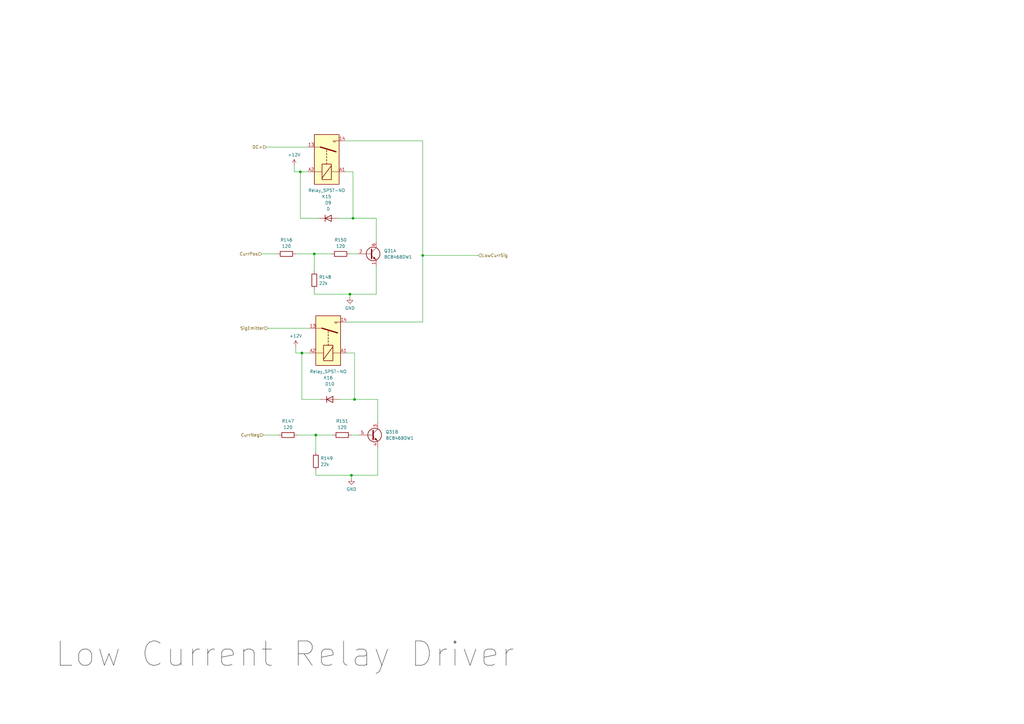
<source format=kicad_sch>
(kicad_sch (version 20230121) (generator eeschema)
  (paper "A3")
  (title_block (title "TEST137- GAVIM Upgrade V2") (date "2024-01-02") (rev "Is01.00") (company "Control Techniques"))
  (lib_symbols
    (symbol "Device:D" (pin_numbers hide) (pin_names (offset 1.016) hide)
      (property "Reference" "D" (at 0 2.54 0))
      (property "Value" "D" (at 0 -2.54 0))
      (symbol "D_0_1"
        (polyline (pts (xy -1.27 1.27) (xy -1.27 -1.27)) (stroke (width 0.254)))
        (polyline (pts (xy 1.27 0) (xy -1.27 0)))
        (polyline (pts (xy 1.27 1.27) (xy 1.27 -1.27) (xy -1.27 0) (xy 1.27 1.27)) (stroke (width 0.254)))
      )
      (symbol "D_1_1"
        (pin passive line (at -3.81 0 0) (length 2.54) (name "K") (number "1"))
        (pin passive line (at 3.81 0 180) (length 2.54) (name "A") (number "2"))
      )
    )
    (symbol "Device:R" (pin_numbers hide) (pin_names (offset 0))
      (property "Reference" "R" (at 2.032 0 90))
      (property "Value" "R" (at 0 0 90))
      (symbol "R_0_1"
        (rectangle (start -1.016 -2.54) (end 1.016 2.54) (stroke (width 0.254)))
      )
      (symbol "R_1_1"
        (pin passive line (at 0 3.81 270) (length 1.27) (name "~") (number "1"))
        (pin passive line (at 0 -3.81 90) (length 1.27) (name "~") (number "2"))
      )
    )
    (symbol "Relay:Relay_SPST-NO"
      (property "Reference" "K" (at 11.43 3.81 0))
      (property "Value" "Relay_SPST-NO" (at 11.43 1.27 0))
      (symbol "Relay_SPST-NO_0_0"
        (polyline (pts (xy 7.62 5.08) (xy 7.62 2.54) (xy 6.985 3.175) (xy 7.62 3.81)))
      )
      (symbol "Relay_SPST-NO_0_1"
        (rectangle (start -10.16 5.08) (end 10.16 -5.08) (stroke (width 0.254)) (fill (type background)))
        (rectangle (start -8.255 1.905) (end -1.905 -1.905) (stroke (width 0.254)))
        (polyline (pts (xy -7.62 -1.905) (xy -2.54 1.905)) (stroke (width 0.254)))
        (polyline (pts (xy -5.08 -5.08) (xy -5.08 -1.905)))
        (polyline (pts (xy -5.08 5.08) (xy -5.08 1.905)))
        (polyline (pts (xy -1.905 0) (xy -1.27 0)) (stroke (width 0.254)))
        (polyline (pts (xy -0.635 0) (xy 0 0)) (stroke (width 0.254)))
        (polyline (pts (xy 0.635 0) (xy 1.27 0)) (stroke (width 0.254)))
        (polyline (pts (xy 1.905 0) (xy 2.54 0)) (stroke (width 0.254)))
        (polyline (pts (xy 3.175 0) (xy 3.81 0)) (stroke (width 0.254)))
        (polyline (pts (xy 5.08 -2.54) (xy 3.175 3.81)) (stroke (width 0.508)))
        (polyline (pts (xy 5.08 -2.54) (xy 5.08 -5.08)))
      )
      (symbol "Relay_SPST-NO_1_1"
        (pin passive line (at 5.08 -7.62 90) (length 2.54) (name "~") (number "13"))
        (pin passive line (at 7.62 7.62 270) (length 2.54) (name "~") (number "14"))
        (pin passive line (at -5.08 7.62 270) (length 2.54) (name "~") (number "A1"))
        (pin passive line (at -5.08 -7.62 90) (length 2.54) (name "~") (number "A2"))
      )
    )
    (symbol "Transistor_BJT:BC846BDW1" (pin_names (offset 0) hide)
      (property "Reference" "Q" (at 5.08 1.27 0))
      (property "Value" "BC846BDW1" (at 5.08 -1.27 0))
      (symbol "BC846BDW1_0_1"
        (polyline (pts (xy 0.635 0) (xy -2.54 0)))
        (polyline (pts (xy 0.635 0.635) (xy 2.54 2.54)))
        (polyline (pts (xy 0.635 -0.635) (xy 2.54 -2.54) (xy 2.54 -2.54)))
        (polyline (pts (xy 0.635 1.905) (xy 0.635 -1.905) (xy 0.635 -1.905)) (stroke (width 0.508)))
        (polyline (pts (xy 1.27 -1.778) (xy 1.778 -1.27) (xy 2.286 -2.286) (xy 1.27 -1.778) (xy 1.27 -1.778)) (fill (type outline)))
        (circle (center 1.27 0) (radius 2.8194) (stroke (width 0.254)))
      )
      (symbol "BC846BDW1_1_1"
        (pin passive line (at 2.54 -5.08 90) (length 2.54) (name "E1") (number "1"))
        (pin input line (at -5.08 0 0) (length 2.54) (name "B1") (number "2"))
        (pin passive line (at 2.54 5.08 270) (length 2.54) (name "C1") (number "6"))
      )
      (symbol "BC846BDW1_2_1"
        (pin passive line (at 2.54 5.08 270) (length 2.54) (name "C2") (number "3"))
        (pin passive line (at 2.54 -5.08 90) (length 2.54) (name "E2") (number "4"))
        (pin input line (at -5.08 0 0) (length 2.54) (name "B2") (number "5"))
      )
    )
    (symbol "power:+12V" (power) (pin_names (offset 0))
      (property "Value" "+12V" (at 0 3.556 0))
      (symbol "+12V_0_1"
        (polyline (pts (xy -0.762 1.27) (xy 0 2.54)))
        (polyline (pts (xy 0 0) (xy 0 2.54)))
        (polyline (pts (xy 0 2.54) (xy 0.762 1.27)))
      )
      (symbol "+12V_1_1"
        (pin power_in line (at 0 0 90) (length 0) hide (name "+12V") (number "1"))
      )
    )
    (symbol "power:GND" (power) (pin_names (offset 0))
      (property "Value" "GND" (at 0 -3.81 0))
      (symbol "GND_0_1"
        (polyline (pts (xy 0 0) (xy 0 -1.27) (xy 1.27 -1.27) (xy 0 -2.54) (xy -1.27 -1.27) (xy 0 -1.27)))
      )
      (symbol "GND_1_1"
        (pin power_in line (at 0 0 270) (length 0) hide (name "GND") (number "1"))
      )
    )
  )
  (junction (at 144.145 194.945))
  (junction (at 144.78 89.535))
  (junction (at 145.415 163.83))
  (junction (at 123.19 70.485))
  (junction (at 173.355 104.775))
  (junction (at 128.905 104.14))
  (junction (at 123.825 144.78))
  (junction (at 143.51 120.65))
  (junction (at 129.54 178.435))
  (wire (pts (xy 128.905 111.125) (xy 128.905 104.14)))
  (wire (pts (xy 128.905 118.745) (xy 128.905 120.65)))
  (wire (pts (xy 109.22 60.325) (xy 126.365 60.325)))
  (wire (pts (xy 120.65 70.485) (xy 123.19 70.485)))
  (wire (pts (xy 142.24 144.78) (xy 145.415 144.78)))
  (wire (pts (xy 123.19 70.485) (xy 126.365 70.485)))
  (wire (pts (xy 144.78 89.535) (xy 144.78 70.485)))
  (wire (pts (xy 143.51 121.92) (xy 143.51 120.65)))
  (wire (pts (xy 123.825 144.78) (xy 127 144.78)))
  (wire (pts (xy 107.315 104.14) (xy 113.665 104.14)))
  (wire (pts (xy 143.51 104.14) (xy 146.685 104.14)))
  (wire (pts (xy 139.065 163.83) (xy 145.415 163.83)))
  (wire (pts (xy 129.54 178.435) (xy 136.525 178.435)))
  (wire (pts (xy 120.65 67.945) (xy 120.65 70.485)))
  (wire (pts (xy 109.855 134.62) (xy 127 134.62)))
  (wire (pts (xy 154.305 120.65) (xy 154.305 109.22)))
  (wire (pts (xy 141.605 70.485) (xy 144.78 70.485)))
  (wire (pts (xy 128.905 104.14) (xy 135.89 104.14)))
  (wire (pts (xy 121.92 178.435) (xy 129.54 178.435)))
  (wire (pts (xy 144.145 196.215) (xy 144.145 194.945)))
  (wire (pts (xy 144.145 178.435) (xy 147.32 178.435)))
  (wire (pts (xy 121.285 142.24) (xy 121.285 144.78)))
  (wire (pts (xy 173.355 104.775) (xy 173.355 132.08)))
  (wire (pts (xy 144.145 194.945) (xy 154.94 194.945)))
  (wire (pts (xy 107.95 178.435) (xy 114.3 178.435)))
  (wire (pts (xy 129.54 185.42) (xy 129.54 178.435)))
  (wire (pts (xy 131.445 163.83) (xy 123.825 163.83)))
  (wire (pts (xy 173.355 57.785) (xy 173.355 104.775)))
  (wire (pts (xy 130.81 89.535) (xy 123.19 89.535)))
  (wire (pts (xy 154.94 173.355) (xy 154.94 163.83)))
  (wire (pts (xy 121.285 104.14) (xy 128.905 104.14)))
  (wire (pts (xy 154.94 163.83) (xy 145.415 163.83)))
  (wire (pts (xy 154.305 89.535) (xy 144.78 89.535)))
  (wire (pts (xy 145.415 163.83) (xy 145.415 144.78)))
  (wire (pts (xy 173.355 104.775) (xy 196.215 104.775)))
  (wire (pts (xy 154.305 99.06) (xy 154.305 89.535)))
  (wire (pts (xy 154.94 194.945) (xy 154.94 183.515)))
  (wire (pts (xy 129.54 194.945) (xy 144.145 194.945)))
  (wire (pts (xy 138.43 89.535) (xy 144.78 89.535)))
  (wire (pts (xy 123.825 163.83) (xy 123.825 144.78)))
  (wire (pts (xy 143.51 120.65) (xy 154.305 120.65)))
  (wire (pts (xy 128.905 120.65) (xy 143.51 120.65)))
  (wire (pts (xy 173.355 57.785) (xy 141.605 57.785)))
  (wire (pts (xy 121.285 144.78) (xy 123.825 144.78)))
  (wire (pts (xy 129.54 193.04) (xy 129.54 194.945)))
  (wire (pts (xy 142.24 132.08) (xy 173.355 132.08)))
  (wire (pts (xy 123.19 89.535) (xy 123.19 70.485)))
  (label "Low Current Relay Driver" (at 22.225 276.86 0) (effects (font (size 10 10))))
  (hierarchical_label "DC+" (shape input) (at 109.22 60.325 180))
  (hierarchical_label "SigEmitter" (shape input) (at 109.855 134.62 180))
  (hierarchical_label "LowCurrSig" (shape input) (at 196.215 104.775 0))
  (hierarchical_label "CurrPos" (shape input) (at 107.315 104.14 180))
  (hierarchical_label "CurrNeg" (shape input) (at 107.95 178.435 180))
  (symbol (lib_id "Transistor_BJT:BC846BDW1") (at 152.4 178.435 0) (unit 2)
    (property "Reference" "Q31" (at 158.115 177.165 0) (effects (justify left)))
    (property "Value" "BC846BDW1" (at 158.115 179.705 0) (effects (justify left)))
    (property "Footprint" "Package_TO_SOT_SMD:SOT-363_SC-70-6" (effects hide))
    (property "Datasheet" "http://www.onsemi.com/pub_link/Collateral/BC846BDW1T1-D.PDF" (effects hide))
    (property "CT Part Number" "2142-1846" (effects hide))
    (instances (project "TEST137" (path "" (reference "Q31") (unit 2)) (path "" (reference "Q32") (unit 2)) (path "" (reference "Q27") (unit 2)) (path "" (reference "Q40") (unit 2)) (path "" (reference "Q41") (unit 2)) (path "" (reference "Q45") (unit 2))))
  )
  (symbol (lib_id "Device:R") (at 140.335 178.435 90) (unit 1)
    (property "Reference" "R151" (at 140.335 172.72 90))
    (property "Value" "120" (at 140.335 175.26 90))
    (property "Footprint" "Resistor_SMD:R_0603_1608Metric_Pad0.98x0.95mm_HandSolder" (effects hide))
    (property "CT Part Number" "1127-3121" (effects hide))
    (instances (project "TEST137" (path "" (reference "R151") (unit 1)) (path "" (reference "R157") (unit 1)) (path "" (reference "R163") (unit 1)) (path "" (reference "R169") (unit 1)) (path "" (reference "R175") (unit 1)) (path "" (reference "R181") (unit 1))))
  )
  (symbol (lib_id "Relay:Relay_SPST-NO") (at 134.62 139.7 270) (mirror x) (unit 1)
    (property "Reference" "K16" (at 134.62 154.94 90))
    (property "Value" "Relay_SPST-NO" (at 134.62 152.4 90))
    (property "Footprint" "ImportedParts:HF32FAG012HSL1" (effects hide))
    (property "CT Part Number" "3321-0013" (effects hide))
    (instances (project "TEST137" (path "" (reference "K16") (unit 1)) (path "" (reference "K18") (unit 1)) (path "" (reference "K20") (unit 1)) (path "" (reference "K22") (unit 1)) (path "" (reference "K24") (unit 1)) (path "" (reference "K26") (unit 1))))
  )
  (symbol (lib_id "power:GND") (at 143.51 121.92 0) (unit 1)
    (property "Reference" "#PWR076" (effects hide))
    (property "Value" "GND" (at 143.51 126.365 0))
    (instances (project "TEST137" (path "" (reference "#PWR076") (unit 1)) (path "" (reference "#PWR080") (unit 1)) (path "" (reference "#PWR084") (unit 1)) (path "" (reference "#PWR088") (unit 1)) (path "" (reference "#PWR092") (unit 1)) (path "" (reference "#PWR096") (unit 1))))
  )
  (symbol (lib_id "power:GND") (at 144.145 196.215 0) (unit 1)
    (property "Reference" "#PWR077" (effects hide))
    (property "Value" "GND" (at 144.145 200.66 0))
    (instances (project "TEST137" (path "" (reference "#PWR077") (unit 1)) (path "" (reference "#PWR081") (unit 1)) (path "" (reference "#PWR085") (unit 1)) (path "" (reference "#PWR089") (unit 1)) (path "" (reference "#PWR093") (unit 1)) (path "" (reference "#PWR097") (unit 1))))
  )
  (symbol (lib_id "Transistor_BJT:BC846BDW1") (at 151.765 104.14 0) (unit 1)
    (property "Reference" "Q31" (at 157.48 102.87 0) (effects (justify left)))
    (property "Value" "BC846BDW1" (at 157.48 105.41 0) (effects (justify left)))
    (property "Footprint" "Package_TO_SOT_SMD:SOT-363_SC-70-6" (effects hide))
    (property "Datasheet" "http://www.onsemi.com/pub_link/Collateral/BC846BDW1T1-D.PDF" (effects hide))
    (property "CT Part Number" "2142-1846" (effects hide))
    (instances (project "TEST137" (path "" (reference "Q31") (unit 1)) (path "" (reference "Q32") (unit 1)) (path "" (reference "Q27") (unit 1)) (path "" (reference "Q40") (unit 1)) (path "" (reference "Q41") (unit 1)) (path "" (reference "Q45") (unit 1))))
  )
  (symbol (lib_id "Device:R") (at 128.905 114.935 180) (unit 1)
    (property "Reference" "R148" (at 130.81 113.665 0) (effects (justify right)))
    (property "Value" "22k" (at 130.81 116.205 0) (effects (justify right)))
    (property "Footprint" "Resistor_SMD:R_0603_1608Metric_Pad0.98x0.95mm_HandSolder" (effects hide))
    (property "CT Part Number" "1127-5221" (effects hide))
    (instances (project "TEST137" (path "" (reference "R148") (unit 1)) (path "" (reference "R154") (unit 1)) (path "" (reference "R160") (unit 1)) (path "" (reference "R166") (unit 1)) (path "" (reference "R172") (unit 1)) (path "" (reference "R178") (unit 1))))
  )
  (symbol (lib_id "Relay:Relay_SPST-NO") (at 133.985 65.405 270) (mirror x) (unit 1)
    (property "Reference" "K15" (at 133.985 80.645 90))
    (property "Value" "Relay_SPST-NO" (at 133.985 78.105 90))
    (property "Footprint" "ImportedParts:HF32FAG012HSL1" (effects hide))
    (property "CT Part Number" "3321-0013" (effects hide))
    (instances (project "TEST137" (path "" (reference "K15") (unit 1)) (path "" (reference "K17") (unit 1)) (path "" (reference "K19") (unit 1)) (path "" (reference "K21") (unit 1)) (path "" (reference "K23") (unit 1)) (path "" (reference "K25") (unit 1))))
  )
  (symbol (lib_id "power:+12V") (at 120.65 67.945 0) (unit 1)
    (property "Reference" "#PWR074" (effects hide))
    (property "Value" "+12V" (at 120.65 63.5 0))
    (instances (project "TEST137" (path "" (reference "#PWR074") (unit 1)) (path "" (reference "#PWR078") (unit 1)) (path "" (reference "#PWR082") (unit 1)) (path "" (reference "#PWR086") (unit 1)) (path "" (reference "#PWR090") (unit 1)) (path "" (reference "#PWR094") (unit 1))))
  )
  (symbol (lib_id "Device:R") (at 118.11 178.435 90) (unit 1)
    (property "Reference" "R147" (at 118.11 172.72 90))
    (property "Value" "120" (at 118.11 175.26 90))
    (property "Footprint" "Resistor_SMD:R_0603_1608Metric_Pad0.98x0.95mm_HandSolder" (effects hide))
    (property "CT Part Number" "1127-3121" (effects hide))
    (instances (project "TEST137" (path "" (reference "R147") (unit 1)) (path "" (reference "R153") (unit 1)) (path "" (reference "R159") (unit 1)) (path "" (reference "R165") (unit 1)) (path "" (reference "R171") (unit 1)) (path "" (reference "R177") (unit 1))))
  )
  (symbol (lib_id "Device:R") (at 139.7 104.14 90) (unit 1)
    (property "Reference" "R150" (at 139.7 98.425 90))
    (property "Value" "120" (at 139.7 100.965 90))
    (property "Footprint" "Resistor_SMD:R_0603_1608Metric_Pad0.98x0.95mm_HandSolder" (effects hide))
    (property "CT Part Number" "1127-3121" (effects hide))
    (instances (project "TEST137" (path "" (reference "R150") (unit 1)) (path "" (reference "R156") (unit 1)) (path "" (reference "R162") (unit 1)) (path "" (reference "R168") (unit 1)) (path "" (reference "R174") (unit 1)) (path "" (reference "R180") (unit 1))))
  )
  (symbol (lib_id "Device:D") (at 134.62 89.535 0) (unit 1)
    (property "Reference" "D9" (at 134.62 83.185 0))
    (property "Value" "D" (at 134.62 85.725 0))
    (property "Footprint" "Diode_THT:D_DO-41_SOD81_P12.70mm_Horizontal" (effects hide))
    (property "Sim.Device" "D" (effects hide))
    (property "Sim.Pins" "1=K 2=A" (effects hide))
    (property "CT Part Number" "2121-4307" (effects hide))
    (instances (project "TEST137" (path "" (reference "D9") (unit 1)) (path "" (reference "D11") (unit 1)) (path "" (reference "D13") (unit 1)) (path "" (reference "D15") (unit 1)) (path "" (reference "D17") (unit 1)) (path "" (reference "D19") (unit 1))))
  )
  (symbol (lib_id "Device:R") (at 117.475 104.14 90) (unit 1)
    (property "Reference" "R146" (at 117.475 98.425 90))
    (property "Value" "120" (at 117.475 100.965 90))
    (property "Footprint" "Resistor_SMD:R_0603_1608Metric_Pad0.98x0.95mm_HandSolder" (effects hide))
    (property "CT Part Number" "1127-3121" (effects hide))
    (instances (project "TEST137" (path "" (reference "R146") (unit 1)) (path "" (reference "R152") (unit 1)) (path "" (reference "R158") (unit 1)) (path "" (reference "R164") (unit 1)) (path "" (reference "R170") (unit 1)) (path "" (reference "R176") (unit 1))))
  )
  (symbol (lib_id "Device:R") (at 129.54 189.23 180) (unit 1)
    (property "Reference" "R149" (at 131.445 187.96 0) (effects (justify right)))
    (property "Value" "22k" (at 131.445 190.5 0) (effects (justify right)))
    (property "Footprint" "Resistor_SMD:R_0603_1608Metric_Pad0.98x0.95mm_HandSolder" (effects hide))
    (property "CT Part Number" "1127-5221" (effects hide))
    (instances (project "TEST137" (path "" (reference "R149") (unit 1)) (path "" (reference "R155") (unit 1)) (path "" (reference "R161") (unit 1)) (path "" (reference "R167") (unit 1)) (path "" (reference "R173") (unit 1)) (path "" (reference "R179") (unit 1))))
  )
  (symbol (lib_id "Device:D") (at 135.255 163.83 0) (unit 1)
    (property "Reference" "D10" (at 135.255 157.48 0))
    (property "Value" "D" (at 135.255 160.02 0))
    (property "Footprint" "Diode_THT:D_DO-41_SOD81_P12.70mm_Horizontal" (effects hide))
    (property "Sim.Device" "D" (effects hide))
    (property "Sim.Pins" "1=K 2=A" (effects hide))
    (property "CT Part Number" "2121-4307" (effects hide))
    (instances (project "TEST137" (path "" (reference "D10") (unit 1)) (path "" (reference "D12") (unit 1)) (path "" (reference "D14") (unit 1)) (path "" (reference "D16") (unit 1)) (path "" (reference "D18") (unit 1)) (path "" (reference "D20") (unit 1))))
  )
  (symbol (lib_id "power:+12V") (at 121.285 142.24 0) (unit 1)
    (property "Reference" "#PWR075" (effects hide))
    (property "Value" "+12V" (at 121.285 137.795 0))
    (instances (project "TEST137" (path "" (reference "#PWR075") (unit 1)) (path "" (reference "#PWR079") (unit 1)) (path "" (reference "#PWR083") (unit 1)) (path "" (reference "#PWR087") (unit 1)) (path "" (reference "#PWR091") (unit 1)) (path "" (reference "#PWR095") (unit 1))))
  )
)
</source>
